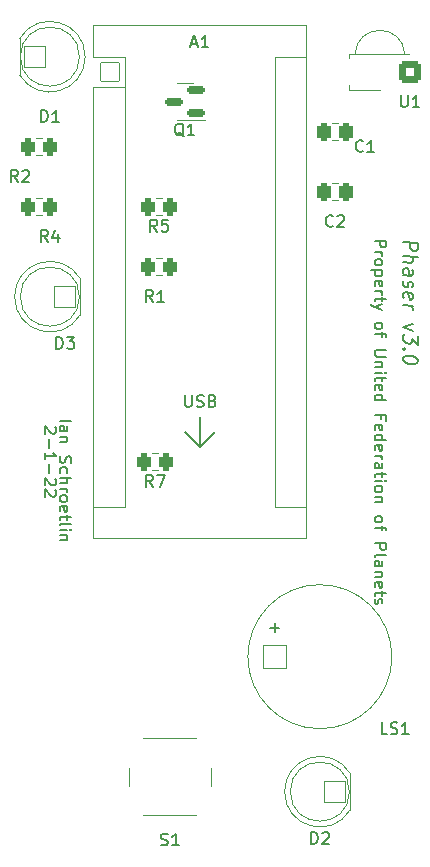
<source format=gto>
G04 #@! TF.GenerationSoftware,KiCad,Pcbnew,6.0.1-79c1e3a40b~116~ubuntu20.04.1*
G04 #@! TF.CreationDate,2022-02-01T23:26:21-08:00*
G04 #@! TF.ProjectId,Laser_Tag,4c617365-725f-4546-9167-2e6b69636164,2-1-22*
G04 #@! TF.SameCoordinates,Original*
G04 #@! TF.FileFunction,Legend,Top*
G04 #@! TF.FilePolarity,Positive*
%FSLAX46Y46*%
G04 Gerber Fmt 4.6, Leading zero omitted, Abs format (unit mm)*
G04 Created by KiCad (PCBNEW 6.0.1-79c1e3a40b~116~ubuntu20.04.1) date 2022-02-01 23:26:21*
%MOMM*%
%LPD*%
G01*
G04 APERTURE LIST*
G04 Aperture macros list*
%AMRoundRect*
0 Rectangle with rounded corners*
0 $1 Rounding radius*
0 $2 $3 $4 $5 $6 $7 $8 $9 X,Y pos of 4 corners*
0 Add a 4 corners polygon primitive as box body*
4,1,4,$2,$3,$4,$5,$6,$7,$8,$9,$2,$3,0*
0 Add four circle primitives for the rounded corners*
1,1,$1+$1,$2,$3*
1,1,$1+$1,$4,$5*
1,1,$1+$1,$6,$7*
1,1,$1+$1,$8,$9*
0 Add four rect primitives between the rounded corners*
20,1,$1+$1,$2,$3,$4,$5,0*
20,1,$1+$1,$4,$5,$6,$7,0*
20,1,$1+$1,$6,$7,$8,$9,0*
20,1,$1+$1,$8,$9,$2,$3,0*%
G04 Aperture macros list end*
%ADD10C,0.150000*%
%ADD11C,0.153000*%
%ADD12C,0.180000*%
%ADD13C,0.120000*%
%ADD14RoundRect,0.301000X-0.250000X-0.475000X0.250000X-0.475000X0.250000X0.475000X-0.250000X0.475000X0*%
%ADD15C,2.102000*%
%ADD16RoundRect,0.301000X-0.262500X-0.450000X0.262500X-0.450000X0.262500X0.450000X-0.262500X0.450000X0*%
%ADD17RoundRect,0.301000X0.262500X0.450000X-0.262500X0.450000X-0.262500X-0.450000X0.262500X-0.450000X0*%
%ADD18RoundRect,0.201000X0.587500X0.150000X-0.587500X0.150000X-0.587500X-0.150000X0.587500X-0.150000X0*%
%ADD19RoundRect,0.051000X-0.800000X-0.800000X0.800000X-0.800000X0.800000X0.800000X-0.800000X0.800000X0*%
%ADD20O,1.702000X1.702000*%
%ADD21RoundRect,0.051000X-1.000000X-1.000000X1.000000X-1.000000X1.000000X1.000000X-1.000000X1.000000X0*%
%ADD22RoundRect,0.301200X0.649800X0.649800X-0.649800X0.649800X-0.649800X-0.649800X0.649800X-0.649800X0*%
%ADD23C,1.902000*%
%ADD24RoundRect,0.051000X0.900000X0.900000X-0.900000X0.900000X-0.900000X-0.900000X0.900000X-0.900000X0*%
%ADD25RoundRect,0.051000X-0.900000X-0.900000X0.900000X-0.900000X0.900000X0.900000X-0.900000X0.900000X0*%
G04 APERTURE END LIST*
D10*
X119380000Y-116840000D02*
X118110000Y-115570000D01*
X119380000Y-114300000D02*
X119380000Y-116840000D01*
X119380000Y-116840000D02*
X120650000Y-115570000D01*
D11*
X107497619Y-114637545D02*
X108497619Y-114637545D01*
X107497619Y-115542307D02*
X108021428Y-115542307D01*
X108116666Y-115494688D01*
X108164285Y-115399450D01*
X108164285Y-115208973D01*
X108116666Y-115113735D01*
X107545238Y-115542307D02*
X107497619Y-115447069D01*
X107497619Y-115208973D01*
X107545238Y-115113735D01*
X107640476Y-115066116D01*
X107735714Y-115066116D01*
X107830952Y-115113735D01*
X107878571Y-115208973D01*
X107878571Y-115447069D01*
X107926190Y-115542307D01*
X108164285Y-116018497D02*
X107497619Y-116018497D01*
X108069047Y-116018497D02*
X108116666Y-116066116D01*
X108164285Y-116161354D01*
X108164285Y-116304211D01*
X108116666Y-116399450D01*
X108021428Y-116447069D01*
X107497619Y-116447069D01*
X107545238Y-117637545D02*
X107497619Y-117780402D01*
X107497619Y-118018497D01*
X107545238Y-118113735D01*
X107592857Y-118161354D01*
X107688095Y-118208973D01*
X107783333Y-118208973D01*
X107878571Y-118161354D01*
X107926190Y-118113735D01*
X107973809Y-118018497D01*
X108021428Y-117828021D01*
X108069047Y-117732783D01*
X108116666Y-117685164D01*
X108211904Y-117637545D01*
X108307142Y-117637545D01*
X108402380Y-117685164D01*
X108450000Y-117732783D01*
X108497619Y-117828021D01*
X108497619Y-118066116D01*
X108450000Y-118208973D01*
X107545238Y-119066116D02*
X107497619Y-118970878D01*
X107497619Y-118780402D01*
X107545238Y-118685164D01*
X107592857Y-118637545D01*
X107688095Y-118589926D01*
X107973809Y-118589926D01*
X108069047Y-118637545D01*
X108116666Y-118685164D01*
X108164285Y-118780402D01*
X108164285Y-118970878D01*
X108116666Y-119066116D01*
X107497619Y-119494688D02*
X108497619Y-119494688D01*
X107497619Y-119923259D02*
X108021428Y-119923259D01*
X108116666Y-119875640D01*
X108164285Y-119780402D01*
X108164285Y-119637545D01*
X108116666Y-119542307D01*
X108069047Y-119494688D01*
X107497619Y-120399450D02*
X108164285Y-120399450D01*
X107973809Y-120399450D02*
X108069047Y-120447069D01*
X108116666Y-120494688D01*
X108164285Y-120589926D01*
X108164285Y-120685164D01*
X107497619Y-121161354D02*
X107545238Y-121066116D01*
X107592857Y-121018497D01*
X107688095Y-120970878D01*
X107973809Y-120970878D01*
X108069047Y-121018497D01*
X108116666Y-121066116D01*
X108164285Y-121161354D01*
X108164285Y-121304211D01*
X108116666Y-121399450D01*
X108069047Y-121447069D01*
X107973809Y-121494688D01*
X107688095Y-121494688D01*
X107592857Y-121447069D01*
X107545238Y-121399450D01*
X107497619Y-121304211D01*
X107497619Y-121161354D01*
X107545238Y-122304211D02*
X107497619Y-122208973D01*
X107497619Y-122018497D01*
X107545238Y-121923259D01*
X107640476Y-121875640D01*
X108021428Y-121875640D01*
X108116666Y-121923259D01*
X108164285Y-122018497D01*
X108164285Y-122208973D01*
X108116666Y-122304211D01*
X108021428Y-122351830D01*
X107926190Y-122351830D01*
X107830952Y-121875640D01*
X108164285Y-122637545D02*
X108164285Y-123018497D01*
X108497619Y-122780402D02*
X107640476Y-122780402D01*
X107545238Y-122828021D01*
X107497619Y-122923259D01*
X107497619Y-123018497D01*
X107497619Y-123494688D02*
X107545238Y-123399450D01*
X107640476Y-123351830D01*
X108497619Y-123351830D01*
X107497619Y-123875640D02*
X108164285Y-123875640D01*
X108497619Y-123875640D02*
X108450000Y-123828021D01*
X108402380Y-123875640D01*
X108450000Y-123923259D01*
X108497619Y-123875640D01*
X108402380Y-123875640D01*
X108164285Y-124351830D02*
X107497619Y-124351830D01*
X108069047Y-124351830D02*
X108116666Y-124399450D01*
X108164285Y-124494688D01*
X108164285Y-124637545D01*
X108116666Y-124732783D01*
X108021428Y-124780402D01*
X107497619Y-124780402D01*
X107132380Y-115157619D02*
X107180000Y-115205238D01*
X107227619Y-115300476D01*
X107227619Y-115538571D01*
X107180000Y-115633809D01*
X107132380Y-115681428D01*
X107037142Y-115729047D01*
X106941904Y-115729047D01*
X106799047Y-115681428D01*
X106227619Y-115110000D01*
X106227619Y-115729047D01*
X106608571Y-116157619D02*
X106608571Y-116919523D01*
X106227619Y-117919523D02*
X106227619Y-117348095D01*
X106227619Y-117633809D02*
X107227619Y-117633809D01*
X107084761Y-117538571D01*
X106989523Y-117443333D01*
X106941904Y-117348095D01*
X106608571Y-118348095D02*
X106608571Y-119110000D01*
X107132380Y-119538571D02*
X107180000Y-119586190D01*
X107227619Y-119681428D01*
X107227619Y-119919523D01*
X107180000Y-120014761D01*
X107132380Y-120062380D01*
X107037142Y-120110000D01*
X106941904Y-120110000D01*
X106799047Y-120062380D01*
X106227619Y-119490952D01*
X106227619Y-120110000D01*
X107132380Y-120490952D02*
X107180000Y-120538571D01*
X107227619Y-120633809D01*
X107227619Y-120871904D01*
X107180000Y-120967142D01*
X107132380Y-121014761D01*
X107037142Y-121062380D01*
X106941904Y-121062380D01*
X106799047Y-121014761D01*
X106227619Y-120443333D01*
X106227619Y-121062380D01*
X134167619Y-99397545D02*
X135167619Y-99397545D01*
X135167619Y-99778497D01*
X135120000Y-99873735D01*
X135072380Y-99921354D01*
X134977142Y-99968973D01*
X134834285Y-99968973D01*
X134739047Y-99921354D01*
X134691428Y-99873735D01*
X134643809Y-99778497D01*
X134643809Y-99397545D01*
X134167619Y-100397545D02*
X134834285Y-100397545D01*
X134643809Y-100397545D02*
X134739047Y-100445164D01*
X134786666Y-100492783D01*
X134834285Y-100588021D01*
X134834285Y-100683259D01*
X134167619Y-101159450D02*
X134215238Y-101064211D01*
X134262857Y-101016592D01*
X134358095Y-100968973D01*
X134643809Y-100968973D01*
X134739047Y-101016592D01*
X134786666Y-101064211D01*
X134834285Y-101159450D01*
X134834285Y-101302307D01*
X134786666Y-101397545D01*
X134739047Y-101445164D01*
X134643809Y-101492783D01*
X134358095Y-101492783D01*
X134262857Y-101445164D01*
X134215238Y-101397545D01*
X134167619Y-101302307D01*
X134167619Y-101159450D01*
X134834285Y-101921354D02*
X133834285Y-101921354D01*
X134786666Y-101921354D02*
X134834285Y-102016592D01*
X134834285Y-102207069D01*
X134786666Y-102302307D01*
X134739047Y-102349926D01*
X134643809Y-102397545D01*
X134358095Y-102397545D01*
X134262857Y-102349926D01*
X134215238Y-102302307D01*
X134167619Y-102207069D01*
X134167619Y-102016592D01*
X134215238Y-101921354D01*
X134215238Y-103207069D02*
X134167619Y-103111830D01*
X134167619Y-102921354D01*
X134215238Y-102826116D01*
X134310476Y-102778497D01*
X134691428Y-102778497D01*
X134786666Y-102826116D01*
X134834285Y-102921354D01*
X134834285Y-103111830D01*
X134786666Y-103207069D01*
X134691428Y-103254688D01*
X134596190Y-103254688D01*
X134500952Y-102778497D01*
X134167619Y-103683259D02*
X134834285Y-103683259D01*
X134643809Y-103683259D02*
X134739047Y-103730878D01*
X134786666Y-103778497D01*
X134834285Y-103873735D01*
X134834285Y-103968973D01*
X134834285Y-104159450D02*
X134834285Y-104540402D01*
X135167619Y-104302307D02*
X134310476Y-104302307D01*
X134215238Y-104349926D01*
X134167619Y-104445164D01*
X134167619Y-104540402D01*
X134834285Y-104778497D02*
X134167619Y-105016592D01*
X134834285Y-105254688D02*
X134167619Y-105016592D01*
X133929523Y-104921354D01*
X133881904Y-104873735D01*
X133834285Y-104778497D01*
X134167619Y-106540402D02*
X134215238Y-106445164D01*
X134262857Y-106397545D01*
X134358095Y-106349926D01*
X134643809Y-106349926D01*
X134739047Y-106397545D01*
X134786666Y-106445164D01*
X134834285Y-106540402D01*
X134834285Y-106683259D01*
X134786666Y-106778497D01*
X134739047Y-106826116D01*
X134643809Y-106873735D01*
X134358095Y-106873735D01*
X134262857Y-106826116D01*
X134215238Y-106778497D01*
X134167619Y-106683259D01*
X134167619Y-106540402D01*
X134834285Y-107159450D02*
X134834285Y-107540402D01*
X134167619Y-107302307D02*
X135024761Y-107302307D01*
X135120000Y-107349926D01*
X135167619Y-107445164D01*
X135167619Y-107540402D01*
X135167619Y-108635640D02*
X134358095Y-108635640D01*
X134262857Y-108683259D01*
X134215238Y-108730878D01*
X134167619Y-108826116D01*
X134167619Y-109016592D01*
X134215238Y-109111830D01*
X134262857Y-109159450D01*
X134358095Y-109207069D01*
X135167619Y-109207069D01*
X134834285Y-109683259D02*
X134167619Y-109683259D01*
X134739047Y-109683259D02*
X134786666Y-109730878D01*
X134834285Y-109826116D01*
X134834285Y-109968973D01*
X134786666Y-110064211D01*
X134691428Y-110111830D01*
X134167619Y-110111830D01*
X134167619Y-110588021D02*
X134834285Y-110588021D01*
X135167619Y-110588021D02*
X135120000Y-110540402D01*
X135072380Y-110588021D01*
X135120000Y-110635640D01*
X135167619Y-110588021D01*
X135072380Y-110588021D01*
X134834285Y-110921354D02*
X134834285Y-111302307D01*
X135167619Y-111064211D02*
X134310476Y-111064211D01*
X134215238Y-111111830D01*
X134167619Y-111207069D01*
X134167619Y-111302307D01*
X134215238Y-112016592D02*
X134167619Y-111921354D01*
X134167619Y-111730878D01*
X134215238Y-111635640D01*
X134310476Y-111588021D01*
X134691428Y-111588021D01*
X134786666Y-111635640D01*
X134834285Y-111730878D01*
X134834285Y-111921354D01*
X134786666Y-112016592D01*
X134691428Y-112064211D01*
X134596190Y-112064211D01*
X134500952Y-111588021D01*
X134167619Y-112921354D02*
X135167619Y-112921354D01*
X134215238Y-112921354D02*
X134167619Y-112826116D01*
X134167619Y-112635640D01*
X134215238Y-112540402D01*
X134262857Y-112492783D01*
X134358095Y-112445164D01*
X134643809Y-112445164D01*
X134739047Y-112492783D01*
X134786666Y-112540402D01*
X134834285Y-112635640D01*
X134834285Y-112826116D01*
X134786666Y-112921354D01*
X134691428Y-114492783D02*
X134691428Y-114159450D01*
X134167619Y-114159450D02*
X135167619Y-114159450D01*
X135167619Y-114635640D01*
X134215238Y-115397545D02*
X134167619Y-115302307D01*
X134167619Y-115111830D01*
X134215238Y-115016592D01*
X134310476Y-114968973D01*
X134691428Y-114968973D01*
X134786666Y-115016592D01*
X134834285Y-115111830D01*
X134834285Y-115302307D01*
X134786666Y-115397545D01*
X134691428Y-115445164D01*
X134596190Y-115445164D01*
X134500952Y-114968973D01*
X134167619Y-116302307D02*
X135167619Y-116302307D01*
X134215238Y-116302307D02*
X134167619Y-116207069D01*
X134167619Y-116016592D01*
X134215238Y-115921354D01*
X134262857Y-115873735D01*
X134358095Y-115826116D01*
X134643809Y-115826116D01*
X134739047Y-115873735D01*
X134786666Y-115921354D01*
X134834285Y-116016592D01*
X134834285Y-116207069D01*
X134786666Y-116302307D01*
X134215238Y-117159450D02*
X134167619Y-117064211D01*
X134167619Y-116873735D01*
X134215238Y-116778497D01*
X134310476Y-116730878D01*
X134691428Y-116730878D01*
X134786666Y-116778497D01*
X134834285Y-116873735D01*
X134834285Y-117064211D01*
X134786666Y-117159450D01*
X134691428Y-117207069D01*
X134596190Y-117207069D01*
X134500952Y-116730878D01*
X134167619Y-117635640D02*
X134834285Y-117635640D01*
X134643809Y-117635640D02*
X134739047Y-117683259D01*
X134786666Y-117730878D01*
X134834285Y-117826116D01*
X134834285Y-117921354D01*
X134167619Y-118683259D02*
X134691428Y-118683259D01*
X134786666Y-118635640D01*
X134834285Y-118540402D01*
X134834285Y-118349926D01*
X134786666Y-118254688D01*
X134215238Y-118683259D02*
X134167619Y-118588021D01*
X134167619Y-118349926D01*
X134215238Y-118254688D01*
X134310476Y-118207069D01*
X134405714Y-118207069D01*
X134500952Y-118254688D01*
X134548571Y-118349926D01*
X134548571Y-118588021D01*
X134596190Y-118683259D01*
X134834285Y-119016592D02*
X134834285Y-119397545D01*
X135167619Y-119159450D02*
X134310476Y-119159450D01*
X134215238Y-119207069D01*
X134167619Y-119302307D01*
X134167619Y-119397545D01*
X134167619Y-119730878D02*
X134834285Y-119730878D01*
X135167619Y-119730878D02*
X135120000Y-119683259D01*
X135072380Y-119730878D01*
X135120000Y-119778497D01*
X135167619Y-119730878D01*
X135072380Y-119730878D01*
X134167619Y-120349926D02*
X134215238Y-120254688D01*
X134262857Y-120207069D01*
X134358095Y-120159450D01*
X134643809Y-120159450D01*
X134739047Y-120207069D01*
X134786666Y-120254688D01*
X134834285Y-120349926D01*
X134834285Y-120492783D01*
X134786666Y-120588021D01*
X134739047Y-120635640D01*
X134643809Y-120683259D01*
X134358095Y-120683259D01*
X134262857Y-120635640D01*
X134215238Y-120588021D01*
X134167619Y-120492783D01*
X134167619Y-120349926D01*
X134834285Y-121111830D02*
X134167619Y-121111830D01*
X134739047Y-121111830D02*
X134786666Y-121159450D01*
X134834285Y-121254688D01*
X134834285Y-121397545D01*
X134786666Y-121492783D01*
X134691428Y-121540402D01*
X134167619Y-121540402D01*
X134167619Y-122921354D02*
X134215238Y-122826116D01*
X134262857Y-122778497D01*
X134358095Y-122730878D01*
X134643809Y-122730878D01*
X134739047Y-122778497D01*
X134786666Y-122826116D01*
X134834285Y-122921354D01*
X134834285Y-123064211D01*
X134786666Y-123159450D01*
X134739047Y-123207069D01*
X134643809Y-123254688D01*
X134358095Y-123254688D01*
X134262857Y-123207069D01*
X134215238Y-123159450D01*
X134167619Y-123064211D01*
X134167619Y-122921354D01*
X134834285Y-123540402D02*
X134834285Y-123921354D01*
X134167619Y-123683259D02*
X135024761Y-123683259D01*
X135120000Y-123730878D01*
X135167619Y-123826116D01*
X135167619Y-123921354D01*
X134167619Y-125016592D02*
X135167619Y-125016592D01*
X135167619Y-125397545D01*
X135120000Y-125492783D01*
X135072380Y-125540402D01*
X134977142Y-125588021D01*
X134834285Y-125588021D01*
X134739047Y-125540402D01*
X134691428Y-125492783D01*
X134643809Y-125397545D01*
X134643809Y-125016592D01*
X134167619Y-126159450D02*
X134215238Y-126064211D01*
X134310476Y-126016592D01*
X135167619Y-126016592D01*
X134167619Y-126968973D02*
X134691428Y-126968973D01*
X134786666Y-126921354D01*
X134834285Y-126826116D01*
X134834285Y-126635640D01*
X134786666Y-126540402D01*
X134215238Y-126968973D02*
X134167619Y-126873735D01*
X134167619Y-126635640D01*
X134215238Y-126540402D01*
X134310476Y-126492783D01*
X134405714Y-126492783D01*
X134500952Y-126540402D01*
X134548571Y-126635640D01*
X134548571Y-126873735D01*
X134596190Y-126968973D01*
X134834285Y-127445164D02*
X134167619Y-127445164D01*
X134739047Y-127445164D02*
X134786666Y-127492783D01*
X134834285Y-127588021D01*
X134834285Y-127730878D01*
X134786666Y-127826116D01*
X134691428Y-127873735D01*
X134167619Y-127873735D01*
X134215238Y-128730878D02*
X134167619Y-128635640D01*
X134167619Y-128445164D01*
X134215238Y-128349926D01*
X134310476Y-128302307D01*
X134691428Y-128302307D01*
X134786666Y-128349926D01*
X134834285Y-128445164D01*
X134834285Y-128635640D01*
X134786666Y-128730878D01*
X134691428Y-128778497D01*
X134596190Y-128778497D01*
X134500952Y-128302307D01*
X134834285Y-129064211D02*
X134834285Y-129445164D01*
X135167619Y-129207069D02*
X134310476Y-129207069D01*
X134215238Y-129254688D01*
X134167619Y-129349926D01*
X134167619Y-129445164D01*
X134215238Y-129730878D02*
X134167619Y-129826116D01*
X134167619Y-130016592D01*
X134215238Y-130111830D01*
X134310476Y-130159449D01*
X134358095Y-130159449D01*
X134453333Y-130111830D01*
X134500952Y-130016592D01*
X134500952Y-129873735D01*
X134548571Y-129778497D01*
X134643809Y-129730878D01*
X134691428Y-129730878D01*
X134786666Y-129778497D01*
X134834285Y-129873735D01*
X134834285Y-130016592D01*
X134786666Y-130111830D01*
D12*
X136617142Y-99469857D02*
X137817142Y-99619857D01*
X137817142Y-100077000D01*
X137760000Y-100184142D01*
X137702857Y-100234142D01*
X137588571Y-100277000D01*
X137417142Y-100255571D01*
X137302857Y-100184142D01*
X137245714Y-100119857D01*
X137188571Y-99998428D01*
X137188571Y-99541285D01*
X136617142Y-100669857D02*
X137817142Y-100819857D01*
X136617142Y-101184142D02*
X137245714Y-101262714D01*
X137360000Y-101219857D01*
X137417142Y-101112714D01*
X137417142Y-100941285D01*
X137360000Y-100819857D01*
X137302857Y-100755571D01*
X136617142Y-102269857D02*
X137245714Y-102348428D01*
X137360000Y-102305571D01*
X137417142Y-102198428D01*
X137417142Y-101969857D01*
X137360000Y-101848428D01*
X136674285Y-102277000D02*
X136617142Y-102155571D01*
X136617142Y-101869857D01*
X136674285Y-101762714D01*
X136788571Y-101719857D01*
X136902857Y-101734142D01*
X137017142Y-101805571D01*
X137074285Y-101927000D01*
X137074285Y-102212714D01*
X137131428Y-102334142D01*
X136674285Y-102791285D02*
X136617142Y-102898428D01*
X136617142Y-103127000D01*
X136674285Y-103248428D01*
X136788571Y-103319857D01*
X136845714Y-103327000D01*
X136960000Y-103284142D01*
X137017142Y-103177000D01*
X137017142Y-103005571D01*
X137074285Y-102898428D01*
X137188571Y-102855571D01*
X137245714Y-102862714D01*
X137360000Y-102934142D01*
X137417142Y-103055571D01*
X137417142Y-103227000D01*
X137360000Y-103334142D01*
X136674285Y-104277000D02*
X136617142Y-104155571D01*
X136617142Y-103927000D01*
X136674285Y-103819857D01*
X136788571Y-103777000D01*
X137245714Y-103834142D01*
X137360000Y-103905571D01*
X137417142Y-104027000D01*
X137417142Y-104255571D01*
X137360000Y-104362714D01*
X137245714Y-104405571D01*
X137131428Y-104391285D01*
X137017142Y-103805571D01*
X136617142Y-104841285D02*
X137417142Y-104941285D01*
X137188571Y-104912714D02*
X137302857Y-104984142D01*
X137360000Y-105048428D01*
X137417142Y-105169857D01*
X137417142Y-105284142D01*
X137417142Y-106484142D02*
X136617142Y-106669857D01*
X137417142Y-107055571D01*
X137817142Y-107448428D02*
X137817142Y-108191285D01*
X137360000Y-107734142D01*
X137360000Y-107905571D01*
X137302857Y-108012714D01*
X137245714Y-108062714D01*
X137131428Y-108105571D01*
X136845714Y-108069857D01*
X136731428Y-107998428D01*
X136674285Y-107934142D01*
X136617142Y-107812714D01*
X136617142Y-107469857D01*
X136674285Y-107362714D01*
X136731428Y-107312714D01*
X136731428Y-108569857D02*
X136674285Y-108619857D01*
X136617142Y-108555571D01*
X136674285Y-108505571D01*
X136731428Y-108569857D01*
X136617142Y-108555571D01*
X137817142Y-109505571D02*
X137817142Y-109619857D01*
X137760000Y-109727000D01*
X137702857Y-109777000D01*
X137588571Y-109819857D01*
X137360000Y-109848428D01*
X137074285Y-109812714D01*
X136845714Y-109727000D01*
X136731428Y-109655571D01*
X136674285Y-109591285D01*
X136617142Y-109469857D01*
X136617142Y-109355571D01*
X136674285Y-109248428D01*
X136731428Y-109198428D01*
X136845714Y-109155571D01*
X137074285Y-109127000D01*
X137360000Y-109162714D01*
X137588571Y-109248428D01*
X137702857Y-109319857D01*
X137760000Y-109384142D01*
X137817142Y-109505571D01*
D11*
X118118095Y-112482380D02*
X118118095Y-113291904D01*
X118165714Y-113387142D01*
X118213333Y-113434761D01*
X118308571Y-113482380D01*
X118499047Y-113482380D01*
X118594285Y-113434761D01*
X118641904Y-113387142D01*
X118689523Y-113291904D01*
X118689523Y-112482380D01*
X119118095Y-113434761D02*
X119260952Y-113482380D01*
X119499047Y-113482380D01*
X119594285Y-113434761D01*
X119641904Y-113387142D01*
X119689523Y-113291904D01*
X119689523Y-113196666D01*
X119641904Y-113101428D01*
X119594285Y-113053809D01*
X119499047Y-113006190D01*
X119308571Y-112958571D01*
X119213333Y-112910952D01*
X119165714Y-112863333D01*
X119118095Y-112768095D01*
X119118095Y-112672857D01*
X119165714Y-112577619D01*
X119213333Y-112530000D01*
X119308571Y-112482380D01*
X119546666Y-112482380D01*
X119689523Y-112530000D01*
X120451428Y-112958571D02*
X120594285Y-113006190D01*
X120641904Y-113053809D01*
X120689523Y-113149047D01*
X120689523Y-113291904D01*
X120641904Y-113387142D01*
X120594285Y-113434761D01*
X120499047Y-113482380D01*
X120118095Y-113482380D01*
X120118095Y-112482380D01*
X120451428Y-112482380D01*
X120546666Y-112530000D01*
X120594285Y-112577619D01*
X120641904Y-112672857D01*
X120641904Y-112768095D01*
X120594285Y-112863333D01*
X120546666Y-112910952D01*
X120451428Y-112958571D01*
X120118095Y-112958571D01*
X130643333Y-98147142D02*
X130595714Y-98194761D01*
X130452857Y-98242380D01*
X130357619Y-98242380D01*
X130214761Y-98194761D01*
X130119523Y-98099523D01*
X130071904Y-98004285D01*
X130024285Y-97813809D01*
X130024285Y-97670952D01*
X130071904Y-97480476D01*
X130119523Y-97385238D01*
X130214761Y-97290000D01*
X130357619Y-97242380D01*
X130452857Y-97242380D01*
X130595714Y-97290000D01*
X130643333Y-97337619D01*
X131024285Y-97337619D02*
X131071904Y-97290000D01*
X131167142Y-97242380D01*
X131405238Y-97242380D01*
X131500476Y-97290000D01*
X131548095Y-97337619D01*
X131595714Y-97432857D01*
X131595714Y-97528095D01*
X131548095Y-97670952D01*
X130976666Y-98242380D01*
X131595714Y-98242380D01*
X116078095Y-150554761D02*
X116220952Y-150602380D01*
X116459047Y-150602380D01*
X116554285Y-150554761D01*
X116601904Y-150507142D01*
X116649523Y-150411904D01*
X116649523Y-150316666D01*
X116601904Y-150221428D01*
X116554285Y-150173809D01*
X116459047Y-150126190D01*
X116268571Y-150078571D01*
X116173333Y-150030952D01*
X116125714Y-149983333D01*
X116078095Y-149888095D01*
X116078095Y-149792857D01*
X116125714Y-149697619D01*
X116173333Y-149650000D01*
X116268571Y-149602380D01*
X116506666Y-149602380D01*
X116649523Y-149650000D01*
X117601904Y-150602380D02*
X117030476Y-150602380D01*
X117316190Y-150602380D02*
X117316190Y-149602380D01*
X117220952Y-149745238D01*
X117125714Y-149840476D01*
X117030476Y-149888095D01*
X103973333Y-94432380D02*
X103640000Y-93956190D01*
X103401904Y-94432380D02*
X103401904Y-93432380D01*
X103782857Y-93432380D01*
X103878095Y-93480000D01*
X103925714Y-93527619D01*
X103973333Y-93622857D01*
X103973333Y-93765714D01*
X103925714Y-93860952D01*
X103878095Y-93908571D01*
X103782857Y-93956190D01*
X103401904Y-93956190D01*
X104354285Y-93527619D02*
X104401904Y-93480000D01*
X104497142Y-93432380D01*
X104735238Y-93432380D01*
X104830476Y-93480000D01*
X104878095Y-93527619D01*
X104925714Y-93622857D01*
X104925714Y-93718095D01*
X104878095Y-93860952D01*
X104306666Y-94432380D01*
X104925714Y-94432380D01*
X115403333Y-104592380D02*
X115070000Y-104116190D01*
X114831904Y-104592380D02*
X114831904Y-103592380D01*
X115212857Y-103592380D01*
X115308095Y-103640000D01*
X115355714Y-103687619D01*
X115403333Y-103782857D01*
X115403333Y-103925714D01*
X115355714Y-104020952D01*
X115308095Y-104068571D01*
X115212857Y-104116190D01*
X114831904Y-104116190D01*
X116355714Y-104592380D02*
X115784285Y-104592380D01*
X116070000Y-104592380D02*
X116070000Y-103592380D01*
X115974761Y-103735238D01*
X115879523Y-103830476D01*
X115784285Y-103878095D01*
X118014761Y-90577619D02*
X117919523Y-90530000D01*
X117824285Y-90434761D01*
X117681428Y-90291904D01*
X117586190Y-90244285D01*
X117490952Y-90244285D01*
X117538571Y-90482380D02*
X117443333Y-90434761D01*
X117348095Y-90339523D01*
X117300476Y-90149047D01*
X117300476Y-89815714D01*
X117348095Y-89625238D01*
X117443333Y-89530000D01*
X117538571Y-89482380D01*
X117729047Y-89482380D01*
X117824285Y-89530000D01*
X117919523Y-89625238D01*
X117967142Y-89815714D01*
X117967142Y-90149047D01*
X117919523Y-90339523D01*
X117824285Y-90434761D01*
X117729047Y-90482380D01*
X117538571Y-90482380D01*
X118919523Y-90482380D02*
X118348095Y-90482380D01*
X118633809Y-90482380D02*
X118633809Y-89482380D01*
X118538571Y-89625238D01*
X118443333Y-89720476D01*
X118348095Y-89768095D01*
X118665714Y-82716666D02*
X119141904Y-82716666D01*
X118570476Y-83002380D02*
X118903809Y-82002380D01*
X119237142Y-83002380D01*
X120094285Y-83002380D02*
X119522857Y-83002380D01*
X119808571Y-83002380D02*
X119808571Y-82002380D01*
X119713333Y-82145238D01*
X119618095Y-82240476D01*
X119522857Y-82288095D01*
D10*
X133183333Y-91797142D02*
X133135714Y-91844761D01*
X132992857Y-91892380D01*
X132897619Y-91892380D01*
X132754761Y-91844761D01*
X132659523Y-91749523D01*
X132611904Y-91654285D01*
X132564285Y-91463809D01*
X132564285Y-91320952D01*
X132611904Y-91130476D01*
X132659523Y-91035238D01*
X132754761Y-90940000D01*
X132897619Y-90892380D01*
X132992857Y-90892380D01*
X133135714Y-90940000D01*
X133183333Y-90987619D01*
X134135714Y-91892380D02*
X133564285Y-91892380D01*
X133850000Y-91892380D02*
X133850000Y-90892380D01*
X133754761Y-91035238D01*
X133659523Y-91130476D01*
X133564285Y-91178095D01*
D11*
X135247142Y-141172380D02*
X134770952Y-141172380D01*
X134770952Y-140172380D01*
X135532857Y-141124761D02*
X135675714Y-141172380D01*
X135913809Y-141172380D01*
X136009047Y-141124761D01*
X136056666Y-141077142D01*
X136104285Y-140981904D01*
X136104285Y-140886666D01*
X136056666Y-140791428D01*
X136009047Y-140743809D01*
X135913809Y-140696190D01*
X135723333Y-140648571D01*
X135628095Y-140600952D01*
X135580476Y-140553333D01*
X135532857Y-140458095D01*
X135532857Y-140362857D01*
X135580476Y-140267619D01*
X135628095Y-140220000D01*
X135723333Y-140172380D01*
X135961428Y-140172380D01*
X136104285Y-140220000D01*
X137056666Y-141172380D02*
X136485238Y-141172380D01*
X136770952Y-141172380D02*
X136770952Y-140172380D01*
X136675714Y-140315238D01*
X136580476Y-140410476D01*
X136485238Y-140458095D01*
D10*
X125349047Y-132151428D02*
X126110952Y-132151428D01*
X125730000Y-132532380D02*
X125730000Y-131770476D01*
X115403333Y-120212380D02*
X115070000Y-119736190D01*
X114831904Y-120212380D02*
X114831904Y-119212380D01*
X115212857Y-119212380D01*
X115308095Y-119260000D01*
X115355714Y-119307619D01*
X115403333Y-119402857D01*
X115403333Y-119545714D01*
X115355714Y-119640952D01*
X115308095Y-119688571D01*
X115212857Y-119736190D01*
X114831904Y-119736190D01*
X115736666Y-119212380D02*
X116403333Y-119212380D01*
X115974761Y-120212380D01*
D11*
X106513333Y-99512380D02*
X106180000Y-99036190D01*
X105941904Y-99512380D02*
X105941904Y-98512380D01*
X106322857Y-98512380D01*
X106418095Y-98560000D01*
X106465714Y-98607619D01*
X106513333Y-98702857D01*
X106513333Y-98845714D01*
X106465714Y-98940952D01*
X106418095Y-98988571D01*
X106322857Y-99036190D01*
X105941904Y-99036190D01*
X107370476Y-98845714D02*
X107370476Y-99512380D01*
X107132380Y-98464761D02*
X106894285Y-99179047D01*
X107513333Y-99179047D01*
X136398095Y-87082380D02*
X136398095Y-87891904D01*
X136445714Y-87987142D01*
X136493333Y-88034761D01*
X136588571Y-88082380D01*
X136779047Y-88082380D01*
X136874285Y-88034761D01*
X136921904Y-87987142D01*
X136969523Y-87891904D01*
X136969523Y-87082380D01*
X137969523Y-88082380D02*
X137398095Y-88082380D01*
X137683809Y-88082380D02*
X137683809Y-87082380D01*
X137588571Y-87225238D01*
X137493333Y-87320476D01*
X137398095Y-87368095D01*
X128801904Y-150462380D02*
X128801904Y-149462380D01*
X129040000Y-149462380D01*
X129182857Y-149510000D01*
X129278095Y-149605238D01*
X129325714Y-149700476D01*
X129373333Y-149890952D01*
X129373333Y-150033809D01*
X129325714Y-150224285D01*
X129278095Y-150319523D01*
X129182857Y-150414761D01*
X129040000Y-150462380D01*
X128801904Y-150462380D01*
X129754285Y-149557619D02*
X129801904Y-149510000D01*
X129897142Y-149462380D01*
X130135238Y-149462380D01*
X130230476Y-149510000D01*
X130278095Y-149557619D01*
X130325714Y-149652857D01*
X130325714Y-149748095D01*
X130278095Y-149890952D01*
X129706666Y-150462380D01*
X130325714Y-150462380D01*
X115760833Y-98622380D02*
X115427500Y-98146190D01*
X115189404Y-98622380D02*
X115189404Y-97622380D01*
X115570357Y-97622380D01*
X115665595Y-97670000D01*
X115713214Y-97717619D01*
X115760833Y-97812857D01*
X115760833Y-97955714D01*
X115713214Y-98050952D01*
X115665595Y-98098571D01*
X115570357Y-98146190D01*
X115189404Y-98146190D01*
X116665595Y-97622380D02*
X116189404Y-97622380D01*
X116141785Y-98098571D01*
X116189404Y-98050952D01*
X116284642Y-98003333D01*
X116522738Y-98003333D01*
X116617976Y-98050952D01*
X116665595Y-98098571D01*
X116713214Y-98193809D01*
X116713214Y-98431904D01*
X116665595Y-98527142D01*
X116617976Y-98574761D01*
X116522738Y-98622380D01*
X116284642Y-98622380D01*
X116189404Y-98574761D01*
X116141785Y-98527142D01*
X107211904Y-108552380D02*
X107211904Y-107552380D01*
X107450000Y-107552380D01*
X107592857Y-107600000D01*
X107688095Y-107695238D01*
X107735714Y-107790476D01*
X107783333Y-107980952D01*
X107783333Y-108123809D01*
X107735714Y-108314285D01*
X107688095Y-108409523D01*
X107592857Y-108504761D01*
X107450000Y-108552380D01*
X107211904Y-108552380D01*
X108116666Y-107552380D02*
X108735714Y-107552380D01*
X108402380Y-107933333D01*
X108545238Y-107933333D01*
X108640476Y-107980952D01*
X108688095Y-108028571D01*
X108735714Y-108123809D01*
X108735714Y-108361904D01*
X108688095Y-108457142D01*
X108640476Y-108504761D01*
X108545238Y-108552380D01*
X108259523Y-108552380D01*
X108164285Y-108504761D01*
X108116666Y-108457142D01*
X105941904Y-89352380D02*
X105941904Y-88352380D01*
X106180000Y-88352380D01*
X106322857Y-88400000D01*
X106418095Y-88495238D01*
X106465714Y-88590476D01*
X106513333Y-88780952D01*
X106513333Y-88923809D01*
X106465714Y-89114285D01*
X106418095Y-89209523D01*
X106322857Y-89304761D01*
X106180000Y-89352380D01*
X105941904Y-89352380D01*
X107465714Y-89352380D02*
X106894285Y-89352380D01*
X107180000Y-89352380D02*
X107180000Y-88352380D01*
X107084761Y-88495238D01*
X106989523Y-88590476D01*
X106894285Y-88638095D01*
D13*
X130548748Y-95985000D02*
X131071252Y-95985000D01*
X130548748Y-94515000D02*
X131071252Y-94515000D01*
X114590000Y-148030000D02*
X119090000Y-148030000D01*
X119090000Y-141530000D02*
X114590000Y-141530000D01*
X113340000Y-144030000D02*
X113340000Y-145530000D01*
X120340000Y-145530000D02*
X120340000Y-144030000D01*
X105540436Y-90705000D02*
X105994564Y-90705000D01*
X105540436Y-92175000D02*
X105994564Y-92175000D01*
X116154564Y-100865000D02*
X115700436Y-100865000D01*
X116154564Y-102335000D02*
X115700436Y-102335000D01*
X118110000Y-89190000D02*
X117460000Y-89190000D01*
X118110000Y-86070000D02*
X117460000Y-86070000D01*
X118110000Y-86070000D02*
X118760000Y-86070000D01*
X118110000Y-89190000D02*
X119785000Y-89190000D01*
X110360000Y-124590000D02*
X128400000Y-124590000D01*
X125730000Y-121920000D02*
X128400000Y-121920000D01*
X113030000Y-83820000D02*
X110360000Y-83820000D01*
X110360000Y-86360000D02*
X110360000Y-124590000D01*
X128400000Y-124590000D02*
X128400000Y-81150000D01*
X125730000Y-83820000D02*
X125730000Y-121920000D01*
X128400000Y-81150000D02*
X110360000Y-81150000D01*
X113030000Y-121920000D02*
X110360000Y-121920000D01*
X113030000Y-86360000D02*
X113030000Y-121920000D01*
X113030000Y-86360000D02*
X110360000Y-86360000D01*
X110360000Y-81150000D02*
X110360000Y-83820000D01*
X113030000Y-86360000D02*
X113030000Y-83820000D01*
X125730000Y-83820000D02*
X128400000Y-83820000D01*
X130548748Y-89435000D02*
X131071252Y-89435000D01*
X130548748Y-90905000D02*
X131071252Y-90905000D01*
X135640000Y-134620000D02*
G75*
G03*
X135640000Y-134620000I-6100000J0D01*
G01*
X115797064Y-117375000D02*
X115342936Y-117375000D01*
X115797064Y-118845000D02*
X115342936Y-118845000D01*
X105994564Y-95785000D02*
X105540436Y-95785000D01*
X105994564Y-97255000D02*
X105540436Y-97255000D01*
X132020000Y-83590000D02*
X137110000Y-83590000D01*
X132020000Y-86600000D02*
X134620000Y-86600000D01*
X132020000Y-83930000D02*
X132020000Y-83590000D01*
X132020000Y-86250000D02*
X132020000Y-86600000D01*
X136719917Y-83588264D02*
G75*
G03*
X132520000Y-83590000I-2099917J-101738D01*
G01*
X132100000Y-147595000D02*
X132100000Y-144505000D01*
X126550000Y-146049538D02*
G75*
G03*
X132100000Y-147594830I2990000J-462D01*
G01*
X132100000Y-144505170D02*
G75*
G03*
X126550000Y-146050462I-2560000J-1544830D01*
G01*
X132040000Y-146050000D02*
G75*
G03*
X132040000Y-146050000I-2500000J0D01*
G01*
X116154564Y-95785000D02*
X115700436Y-95785000D01*
X116154564Y-97255000D02*
X115700436Y-97255000D01*
X109240000Y-105685000D02*
X109240000Y-102595000D01*
X103690000Y-104139538D02*
G75*
G03*
X109240000Y-105684830I2990000J-462D01*
G01*
X109240000Y-102595170D02*
G75*
G03*
X103690000Y-104140462I-2560000J-1544830D01*
G01*
X109180000Y-104140000D02*
G75*
G03*
X109180000Y-104140000I-2500000J0D01*
G01*
X104120000Y-82275000D02*
X104120000Y-85365000D01*
X109670000Y-83820462D02*
G75*
G03*
X104120000Y-82275170I-2990000J462D01*
G01*
X104120000Y-85364830D02*
G75*
G03*
X109670000Y-83819538I2560000J1544830D01*
G01*
X109180000Y-83820000D02*
G75*
G03*
X109180000Y-83820000I-2500000J0D01*
G01*
%LPC*%
D14*
X129860000Y-95250000D03*
X131760000Y-95250000D03*
D15*
X113590000Y-142530000D03*
X120090000Y-142530000D03*
X113590000Y-147030000D03*
X120090000Y-147030000D03*
D16*
X104855000Y-91440000D03*
X106680000Y-91440000D03*
D17*
X116840000Y-101600000D03*
X115015000Y-101600000D03*
D18*
X119047500Y-88580000D03*
X119047500Y-86680000D03*
X117172500Y-87630000D03*
D19*
X111760000Y-85090000D03*
D20*
X111760000Y-87630000D03*
X111760000Y-90170000D03*
X111760000Y-92710000D03*
X111760000Y-95250000D03*
X111760000Y-97790000D03*
X111760000Y-100330000D03*
X111760000Y-102870000D03*
X111760000Y-105410000D03*
X111760000Y-107950000D03*
X111760000Y-110490000D03*
X111760000Y-113030000D03*
X111760000Y-115570000D03*
X111760000Y-118110000D03*
X111760000Y-120650000D03*
X127000000Y-120650000D03*
X127000000Y-118110000D03*
X127000000Y-115570000D03*
X127000000Y-113030000D03*
X127000000Y-110490000D03*
X127000000Y-107950000D03*
X127000000Y-105410000D03*
X127000000Y-102870000D03*
X127000000Y-100330000D03*
X127000000Y-97790000D03*
X127000000Y-95250000D03*
X127000000Y-92710000D03*
X127000000Y-90170000D03*
X127000000Y-87630000D03*
X127000000Y-85090000D03*
D14*
X129860000Y-90170000D03*
X131760000Y-90170000D03*
D21*
X125740000Y-134620000D03*
D15*
X133340000Y-134620000D03*
D17*
X116482500Y-118110000D03*
X114657500Y-118110000D03*
X106680000Y-96520000D03*
X104855000Y-96520000D03*
D22*
X137160000Y-85090000D03*
D23*
X134620000Y-85090000D03*
X132080000Y-85090000D03*
D24*
X130810000Y-146050000D03*
D23*
X128270000Y-146050000D03*
D17*
X116840000Y-96520000D03*
X115015000Y-96520000D03*
D24*
X107950000Y-104140000D03*
D23*
X105410000Y-104140000D03*
D25*
X105410000Y-83820000D03*
D23*
X107950000Y-83820000D03*
M02*

</source>
